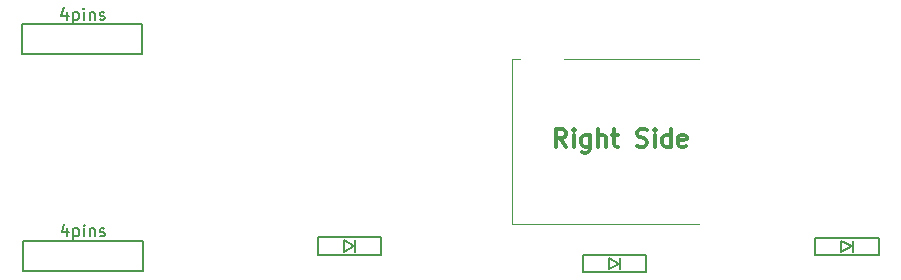
<source format=gbr>
G04 #@! TF.GenerationSoftware,KiCad,Pcbnew,(5.1.6-0-10_14)*
G04 #@! TF.CreationDate,2023-01-09T16:42:19+09:00*
G04 #@! TF.ProjectId,cool644,636f6f6c-3634-4342-9e6b-696361645f70,rev?*
G04 #@! TF.SameCoordinates,Original*
G04 #@! TF.FileFunction,Legend,Top*
G04 #@! TF.FilePolarity,Positive*
%FSLAX46Y46*%
G04 Gerber Fmt 4.6, Leading zero omitted, Abs format (unit mm)*
G04 Created by KiCad (PCBNEW (5.1.6-0-10_14)) date 2023-01-09 16:42:19*
%MOMM*%
%LPD*%
G01*
G04 APERTURE LIST*
%ADD10C,0.300000*%
%ADD11C,0.120000*%
%ADD12C,0.150000*%
G04 APERTURE END LIST*
D10*
X170027142Y42951428D02*
X169527142Y43665714D01*
X169170000Y42951428D02*
X169170000Y44451428D01*
X169741428Y44451428D01*
X169884285Y44380000D01*
X169955714Y44308571D01*
X170027142Y44165714D01*
X170027142Y43951428D01*
X169955714Y43808571D01*
X169884285Y43737142D01*
X169741428Y43665714D01*
X169170000Y43665714D01*
X170670000Y42951428D02*
X170670000Y43951428D01*
X170670000Y44451428D02*
X170598571Y44380000D01*
X170670000Y44308571D01*
X170741428Y44380000D01*
X170670000Y44451428D01*
X170670000Y44308571D01*
X172027142Y43951428D02*
X172027142Y42737142D01*
X171955714Y42594285D01*
X171884285Y42522857D01*
X171741428Y42451428D01*
X171527142Y42451428D01*
X171384285Y42522857D01*
X172027142Y43022857D02*
X171884285Y42951428D01*
X171598571Y42951428D01*
X171455714Y43022857D01*
X171384285Y43094285D01*
X171312857Y43237142D01*
X171312857Y43665714D01*
X171384285Y43808571D01*
X171455714Y43880000D01*
X171598571Y43951428D01*
X171884285Y43951428D01*
X172027142Y43880000D01*
X172741428Y42951428D02*
X172741428Y44451428D01*
X173384285Y42951428D02*
X173384285Y43737142D01*
X173312857Y43880000D01*
X173170000Y43951428D01*
X172955714Y43951428D01*
X172812857Y43880000D01*
X172741428Y43808571D01*
X173884285Y43951428D02*
X174455714Y43951428D01*
X174098571Y44451428D02*
X174098571Y43165714D01*
X174170000Y43022857D01*
X174312857Y42951428D01*
X174455714Y42951428D01*
X176027142Y43022857D02*
X176241428Y42951428D01*
X176598571Y42951428D01*
X176741428Y43022857D01*
X176812857Y43094285D01*
X176884285Y43237142D01*
X176884285Y43380000D01*
X176812857Y43522857D01*
X176741428Y43594285D01*
X176598571Y43665714D01*
X176312857Y43737142D01*
X176170000Y43808571D01*
X176098571Y43880000D01*
X176027142Y44022857D01*
X176027142Y44165714D01*
X176098571Y44308571D01*
X176170000Y44380000D01*
X176312857Y44451428D01*
X176670000Y44451428D01*
X176884285Y44380000D01*
X177527142Y42951428D02*
X177527142Y43951428D01*
X177527142Y44451428D02*
X177455714Y44380000D01*
X177527142Y44308571D01*
X177598571Y44380000D01*
X177527142Y44451428D01*
X177527142Y44308571D01*
X178884285Y42951428D02*
X178884285Y44451428D01*
X178884285Y43022857D02*
X178741428Y42951428D01*
X178455714Y42951428D01*
X178312857Y43022857D01*
X178241428Y43094285D01*
X178170000Y43237142D01*
X178170000Y43665714D01*
X178241428Y43808571D01*
X178312857Y43880000D01*
X178455714Y43951428D01*
X178741428Y43951428D01*
X178884285Y43880000D01*
X180170000Y43022857D02*
X180027142Y42951428D01*
X179741428Y42951428D01*
X179598571Y43022857D01*
X179527142Y43165714D01*
X179527142Y43737142D01*
X179598571Y43880000D01*
X179741428Y43951428D01*
X180027142Y43951428D01*
X180170000Y43880000D01*
X180241428Y43737142D01*
X180241428Y43594285D01*
X179527142Y43451428D01*
D11*
X165410000Y36400000D02*
X165410000Y50400000D01*
X181310000Y36400000D02*
X165410000Y36400000D01*
X169810000Y50400000D02*
X181310000Y50400000D01*
X165410000Y50400000D02*
X166110000Y50400000D01*
D12*
X134150000Y53310000D02*
X123990000Y53310000D01*
X123990000Y53310000D02*
X123990000Y50770000D01*
X123990000Y50770000D02*
X134150000Y50770000D01*
X134150000Y50770000D02*
X134150000Y53310000D01*
X148980000Y33810000D02*
X148980000Y35310000D01*
X154380000Y33810000D02*
X148980000Y33810000D01*
X154380000Y35310000D02*
X154380000Y33810000D01*
X148980000Y35310000D02*
X154380000Y35310000D01*
X152180000Y35060000D02*
X152180000Y34060000D01*
X151180000Y34060000D02*
X152080000Y34560000D01*
X151180000Y35060000D02*
X151180000Y34060000D01*
X152080000Y34560000D02*
X151180000Y35060000D01*
X134170000Y32440000D02*
X134170000Y34980000D01*
X124010000Y32440000D02*
X134170000Y32440000D01*
X124010000Y34980000D02*
X124010000Y32440000D01*
X134170000Y34980000D02*
X124010000Y34980000D01*
X191140000Y33750000D02*
X191140000Y35250000D01*
X196540000Y33750000D02*
X191140000Y33750000D01*
X196540000Y35250000D02*
X196540000Y33750000D01*
X191140000Y35250000D02*
X196540000Y35250000D01*
X194340000Y35000000D02*
X194340000Y34000000D01*
X193340000Y34000000D02*
X194240000Y34500000D01*
X193340000Y35000000D02*
X193340000Y34000000D01*
X194240000Y34500000D02*
X193340000Y35000000D01*
X174520000Y33050000D02*
X173620000Y33550000D01*
X173620000Y33550000D02*
X173620000Y32550000D01*
X173620000Y32550000D02*
X174520000Y33050000D01*
X174620000Y33550000D02*
X174620000Y32550000D01*
X171420000Y33800000D02*
X176820000Y33800000D01*
X176820000Y33800000D02*
X176820000Y32300000D01*
X176820000Y32300000D02*
X171420000Y32300000D01*
X171420000Y32300000D02*
X171420000Y33800000D01*
X127772857Y54354285D02*
X127772857Y53687619D01*
X127534761Y54735238D02*
X127296666Y54020952D01*
X127915714Y54020952D01*
X128296666Y54354285D02*
X128296666Y53354285D01*
X128296666Y54306666D02*
X128391904Y54354285D01*
X128582380Y54354285D01*
X128677619Y54306666D01*
X128725238Y54259047D01*
X128772857Y54163809D01*
X128772857Y53878095D01*
X128725238Y53782857D01*
X128677619Y53735238D01*
X128582380Y53687619D01*
X128391904Y53687619D01*
X128296666Y53735238D01*
X129201428Y53687619D02*
X129201428Y54354285D01*
X129201428Y54687619D02*
X129153809Y54640000D01*
X129201428Y54592380D01*
X129249047Y54640000D01*
X129201428Y54687619D01*
X129201428Y54592380D01*
X129677619Y54354285D02*
X129677619Y53687619D01*
X129677619Y54259047D02*
X129725238Y54306666D01*
X129820476Y54354285D01*
X129963333Y54354285D01*
X130058571Y54306666D01*
X130106190Y54211428D01*
X130106190Y53687619D01*
X130534761Y53735238D02*
X130630000Y53687619D01*
X130820476Y53687619D01*
X130915714Y53735238D01*
X130963333Y53830476D01*
X130963333Y53878095D01*
X130915714Y53973333D01*
X130820476Y54020952D01*
X130677619Y54020952D01*
X130582380Y54068571D01*
X130534761Y54163809D01*
X130534761Y54211428D01*
X130582380Y54306666D01*
X130677619Y54354285D01*
X130820476Y54354285D01*
X130915714Y54306666D01*
X127792857Y36024285D02*
X127792857Y35357619D01*
X127554761Y36405238D02*
X127316666Y35690952D01*
X127935714Y35690952D01*
X128316666Y36024285D02*
X128316666Y35024285D01*
X128316666Y35976666D02*
X128411904Y36024285D01*
X128602380Y36024285D01*
X128697619Y35976666D01*
X128745238Y35929047D01*
X128792857Y35833809D01*
X128792857Y35548095D01*
X128745238Y35452857D01*
X128697619Y35405238D01*
X128602380Y35357619D01*
X128411904Y35357619D01*
X128316666Y35405238D01*
X129221428Y35357619D02*
X129221428Y36024285D01*
X129221428Y36357619D02*
X129173809Y36310000D01*
X129221428Y36262380D01*
X129269047Y36310000D01*
X129221428Y36357619D01*
X129221428Y36262380D01*
X129697619Y36024285D02*
X129697619Y35357619D01*
X129697619Y35929047D02*
X129745238Y35976666D01*
X129840476Y36024285D01*
X129983333Y36024285D01*
X130078571Y35976666D01*
X130126190Y35881428D01*
X130126190Y35357619D01*
X130554761Y35405238D02*
X130650000Y35357619D01*
X130840476Y35357619D01*
X130935714Y35405238D01*
X130983333Y35500476D01*
X130983333Y35548095D01*
X130935714Y35643333D01*
X130840476Y35690952D01*
X130697619Y35690952D01*
X130602380Y35738571D01*
X130554761Y35833809D01*
X130554761Y35881428D01*
X130602380Y35976666D01*
X130697619Y36024285D01*
X130840476Y36024285D01*
X130935714Y35976666D01*
M02*

</source>
